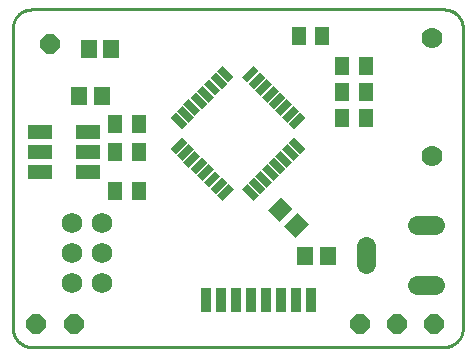
<source format=gts>
G75*
%MOIN*%
%OFA0B0*%
%FSLAX25Y25*%
%IPPOS*%
%LPD*%
%AMOC8*
5,1,8,0,0,1.08239X$1,22.5*
%
%ADD10C,0.01000*%
%ADD11R,0.05518X0.06306*%
%ADD12R,0.05400X0.02600*%
%ADD13R,0.02600X0.05400*%
%ADD14R,0.03392X0.08471*%
%ADD15C,0.07000*%
%ADD16C,0.06400*%
%ADD17R,0.04731X0.05912*%
%ADD18C,0.06800*%
%ADD19OC8,0.06400*%
%ADD20R,0.08274X0.04731*%
D10*
X0030024Y0051683D02*
X0167524Y0051683D01*
X0167680Y0051685D01*
X0167836Y0051691D01*
X0167991Y0051700D01*
X0168146Y0051714D01*
X0168301Y0051732D01*
X0168456Y0051753D01*
X0168609Y0051778D01*
X0168762Y0051807D01*
X0168915Y0051840D01*
X0169066Y0051876D01*
X0169217Y0051917D01*
X0169366Y0051961D01*
X0169515Y0052008D01*
X0169662Y0052060D01*
X0169807Y0052115D01*
X0169952Y0052174D01*
X0170095Y0052236D01*
X0170236Y0052302D01*
X0170375Y0052371D01*
X0170513Y0052444D01*
X0170649Y0052520D01*
X0170783Y0052600D01*
X0170915Y0052683D01*
X0171045Y0052769D01*
X0171172Y0052858D01*
X0171298Y0052951D01*
X0171421Y0053047D01*
X0171541Y0053145D01*
X0171660Y0053247D01*
X0171775Y0053351D01*
X0171888Y0053459D01*
X0171998Y0053569D01*
X0172106Y0053682D01*
X0172210Y0053797D01*
X0172312Y0053916D01*
X0172410Y0054036D01*
X0172506Y0054159D01*
X0172599Y0054285D01*
X0172688Y0054412D01*
X0172774Y0054542D01*
X0172857Y0054674D01*
X0172937Y0054808D01*
X0173013Y0054944D01*
X0173086Y0055082D01*
X0173155Y0055221D01*
X0173221Y0055362D01*
X0173283Y0055505D01*
X0173342Y0055650D01*
X0173397Y0055795D01*
X0173449Y0055942D01*
X0173496Y0056091D01*
X0173540Y0056240D01*
X0173581Y0056391D01*
X0173617Y0056542D01*
X0173650Y0056695D01*
X0173679Y0056848D01*
X0173704Y0057001D01*
X0173725Y0057156D01*
X0173743Y0057311D01*
X0173757Y0057466D01*
X0173766Y0057621D01*
X0173772Y0057777D01*
X0173774Y0057933D01*
X0173774Y0157933D01*
X0173772Y0158089D01*
X0173766Y0158245D01*
X0173757Y0158400D01*
X0173743Y0158555D01*
X0173725Y0158710D01*
X0173704Y0158865D01*
X0173679Y0159018D01*
X0173650Y0159171D01*
X0173617Y0159324D01*
X0173581Y0159475D01*
X0173540Y0159626D01*
X0173496Y0159775D01*
X0173449Y0159924D01*
X0173397Y0160071D01*
X0173342Y0160216D01*
X0173283Y0160361D01*
X0173221Y0160504D01*
X0173155Y0160645D01*
X0173086Y0160784D01*
X0173013Y0160922D01*
X0172937Y0161058D01*
X0172857Y0161192D01*
X0172774Y0161324D01*
X0172688Y0161454D01*
X0172599Y0161581D01*
X0172506Y0161707D01*
X0172410Y0161830D01*
X0172312Y0161950D01*
X0172210Y0162069D01*
X0172106Y0162184D01*
X0171998Y0162297D01*
X0171888Y0162407D01*
X0171775Y0162515D01*
X0171660Y0162619D01*
X0171541Y0162721D01*
X0171421Y0162819D01*
X0171298Y0162915D01*
X0171172Y0163008D01*
X0171045Y0163097D01*
X0170915Y0163183D01*
X0170783Y0163266D01*
X0170649Y0163346D01*
X0170513Y0163422D01*
X0170375Y0163495D01*
X0170236Y0163564D01*
X0170095Y0163630D01*
X0169952Y0163692D01*
X0169807Y0163751D01*
X0169662Y0163806D01*
X0169515Y0163858D01*
X0169366Y0163905D01*
X0169217Y0163949D01*
X0169066Y0163990D01*
X0168915Y0164026D01*
X0168762Y0164059D01*
X0168609Y0164088D01*
X0168456Y0164113D01*
X0168301Y0164134D01*
X0168146Y0164152D01*
X0167991Y0164166D01*
X0167836Y0164175D01*
X0167680Y0164181D01*
X0167524Y0164183D01*
X0030024Y0164183D01*
X0029868Y0164181D01*
X0029712Y0164175D01*
X0029557Y0164166D01*
X0029402Y0164152D01*
X0029247Y0164134D01*
X0029092Y0164113D01*
X0028939Y0164088D01*
X0028786Y0164059D01*
X0028633Y0164026D01*
X0028482Y0163990D01*
X0028331Y0163949D01*
X0028182Y0163905D01*
X0028033Y0163858D01*
X0027886Y0163806D01*
X0027741Y0163751D01*
X0027596Y0163692D01*
X0027453Y0163630D01*
X0027312Y0163564D01*
X0027173Y0163495D01*
X0027035Y0163422D01*
X0026899Y0163346D01*
X0026765Y0163266D01*
X0026633Y0163183D01*
X0026503Y0163097D01*
X0026376Y0163008D01*
X0026250Y0162915D01*
X0026127Y0162819D01*
X0026007Y0162721D01*
X0025888Y0162619D01*
X0025773Y0162515D01*
X0025660Y0162407D01*
X0025550Y0162297D01*
X0025442Y0162184D01*
X0025338Y0162069D01*
X0025236Y0161950D01*
X0025138Y0161830D01*
X0025042Y0161707D01*
X0024949Y0161581D01*
X0024860Y0161454D01*
X0024774Y0161324D01*
X0024691Y0161192D01*
X0024611Y0161058D01*
X0024535Y0160922D01*
X0024462Y0160784D01*
X0024393Y0160645D01*
X0024327Y0160504D01*
X0024265Y0160361D01*
X0024206Y0160216D01*
X0024151Y0160071D01*
X0024099Y0159924D01*
X0024052Y0159775D01*
X0024008Y0159626D01*
X0023967Y0159475D01*
X0023931Y0159324D01*
X0023898Y0159171D01*
X0023869Y0159018D01*
X0023844Y0158865D01*
X0023823Y0158710D01*
X0023805Y0158555D01*
X0023791Y0158400D01*
X0023782Y0158245D01*
X0023776Y0158089D01*
X0023774Y0157933D01*
X0023774Y0057933D01*
X0023776Y0057777D01*
X0023782Y0057621D01*
X0023791Y0057466D01*
X0023805Y0057311D01*
X0023823Y0057156D01*
X0023844Y0057001D01*
X0023869Y0056848D01*
X0023898Y0056695D01*
X0023931Y0056542D01*
X0023967Y0056391D01*
X0024008Y0056240D01*
X0024052Y0056091D01*
X0024099Y0055942D01*
X0024151Y0055795D01*
X0024206Y0055650D01*
X0024265Y0055505D01*
X0024327Y0055362D01*
X0024393Y0055221D01*
X0024462Y0055082D01*
X0024535Y0054944D01*
X0024611Y0054808D01*
X0024691Y0054674D01*
X0024774Y0054542D01*
X0024860Y0054412D01*
X0024949Y0054285D01*
X0025042Y0054159D01*
X0025138Y0054036D01*
X0025236Y0053916D01*
X0025338Y0053797D01*
X0025442Y0053682D01*
X0025550Y0053569D01*
X0025660Y0053459D01*
X0025773Y0053351D01*
X0025888Y0053247D01*
X0026007Y0053145D01*
X0026127Y0053047D01*
X0026250Y0052951D01*
X0026376Y0052858D01*
X0026503Y0052769D01*
X0026633Y0052683D01*
X0026765Y0052600D01*
X0026899Y0052520D01*
X0027035Y0052444D01*
X0027173Y0052371D01*
X0027312Y0052302D01*
X0027453Y0052236D01*
X0027596Y0052174D01*
X0027741Y0052115D01*
X0027886Y0052060D01*
X0028033Y0052008D01*
X0028182Y0051961D01*
X0028331Y0051917D01*
X0028482Y0051876D01*
X0028633Y0051840D01*
X0028786Y0051807D01*
X0028939Y0051778D01*
X0029092Y0051753D01*
X0029247Y0051732D01*
X0029402Y0051714D01*
X0029557Y0051700D01*
X0029712Y0051691D01*
X0029868Y0051685D01*
X0030024Y0051683D01*
D11*
G36*
X0113201Y0101717D02*
X0117103Y0097815D01*
X0112645Y0093357D01*
X0108743Y0097259D01*
X0113201Y0101717D01*
G37*
G36*
X0118490Y0096428D02*
X0122392Y0092526D01*
X0117934Y0088068D01*
X0114032Y0091970D01*
X0118490Y0096428D01*
G37*
X0121234Y0082173D03*
X0128714Y0082173D03*
X0053449Y0135418D03*
X0045968Y0135418D03*
X0048999Y0150950D03*
X0056479Y0150950D03*
D12*
G36*
X0082245Y0126487D02*
X0078428Y0130304D01*
X0080267Y0132143D01*
X0084084Y0128326D01*
X0082245Y0126487D01*
G37*
G36*
X0080018Y0124260D02*
X0076201Y0128077D01*
X0078040Y0129916D01*
X0081857Y0126099D01*
X0080018Y0124260D01*
G37*
G36*
X0084472Y0128715D02*
X0080655Y0132532D01*
X0082494Y0134371D01*
X0086311Y0130554D01*
X0084472Y0128715D01*
G37*
G36*
X0086699Y0130942D02*
X0082882Y0134759D01*
X0084721Y0136598D01*
X0088538Y0132781D01*
X0086699Y0130942D01*
G37*
G36*
X0088927Y0133169D02*
X0085110Y0136986D01*
X0086949Y0138825D01*
X0090766Y0135008D01*
X0088927Y0133169D01*
G37*
G36*
X0091154Y0135396D02*
X0087337Y0139213D01*
X0089176Y0141052D01*
X0092993Y0137235D01*
X0091154Y0135396D01*
G37*
G36*
X0093381Y0137623D02*
X0089564Y0141440D01*
X0091403Y0143279D01*
X0095220Y0139462D01*
X0093381Y0137623D01*
G37*
G36*
X0095608Y0139850D02*
X0091791Y0143667D01*
X0093630Y0145506D01*
X0097447Y0141689D01*
X0095608Y0139850D01*
G37*
G36*
X0119508Y0115950D02*
X0115691Y0119767D01*
X0117530Y0121606D01*
X0121347Y0117789D01*
X0119508Y0115950D01*
G37*
G36*
X0117281Y0113723D02*
X0113464Y0117540D01*
X0115303Y0119379D01*
X0119120Y0115562D01*
X0117281Y0113723D01*
G37*
G36*
X0115054Y0111496D02*
X0111237Y0115313D01*
X0113076Y0117152D01*
X0116893Y0113335D01*
X0115054Y0111496D01*
G37*
G36*
X0112827Y0109269D02*
X0109010Y0113086D01*
X0110849Y0114925D01*
X0114666Y0111108D01*
X0112827Y0109269D01*
G37*
G36*
X0110600Y0107041D02*
X0106783Y0110858D01*
X0108622Y0112697D01*
X0112439Y0108880D01*
X0110600Y0107041D01*
G37*
G36*
X0108373Y0104814D02*
X0104556Y0108631D01*
X0106395Y0110470D01*
X0110212Y0106653D01*
X0108373Y0104814D01*
G37*
G36*
X0106145Y0102587D02*
X0102328Y0106404D01*
X0104167Y0108243D01*
X0107984Y0104426D01*
X0106145Y0102587D01*
G37*
G36*
X0103918Y0100360D02*
X0100101Y0104177D01*
X0101940Y0106016D01*
X0105757Y0102199D01*
X0103918Y0100360D01*
G37*
D13*
G36*
X0093630Y0100360D02*
X0091791Y0102199D01*
X0095608Y0106016D01*
X0097447Y0104177D01*
X0093630Y0100360D01*
G37*
G36*
X0091403Y0102587D02*
X0089564Y0104426D01*
X0093381Y0108243D01*
X0095220Y0106404D01*
X0091403Y0102587D01*
G37*
G36*
X0089176Y0104814D02*
X0087337Y0106653D01*
X0091154Y0110470D01*
X0092993Y0108631D01*
X0089176Y0104814D01*
G37*
G36*
X0086949Y0107041D02*
X0085110Y0108880D01*
X0088927Y0112697D01*
X0090766Y0110858D01*
X0086949Y0107041D01*
G37*
G36*
X0084721Y0109269D02*
X0082882Y0111108D01*
X0086699Y0114925D01*
X0088538Y0113086D01*
X0084721Y0109269D01*
G37*
G36*
X0082494Y0111496D02*
X0080655Y0113335D01*
X0084472Y0117152D01*
X0086311Y0115313D01*
X0082494Y0111496D01*
G37*
G36*
X0080267Y0113723D02*
X0078428Y0115562D01*
X0082245Y0119379D01*
X0084084Y0117540D01*
X0080267Y0113723D01*
G37*
G36*
X0078040Y0115950D02*
X0076201Y0117789D01*
X0080018Y0121606D01*
X0081857Y0119767D01*
X0078040Y0115950D01*
G37*
G36*
X0104167Y0137623D02*
X0102328Y0139462D01*
X0106145Y0143279D01*
X0107984Y0141440D01*
X0104167Y0137623D01*
G37*
G36*
X0106395Y0135396D02*
X0104556Y0137235D01*
X0108373Y0141052D01*
X0110212Y0139213D01*
X0106395Y0135396D01*
G37*
G36*
X0108622Y0133169D02*
X0106783Y0135008D01*
X0110600Y0138825D01*
X0112439Y0136986D01*
X0108622Y0133169D01*
G37*
G36*
X0110849Y0130942D02*
X0109010Y0132781D01*
X0112827Y0136598D01*
X0114666Y0134759D01*
X0110849Y0130942D01*
G37*
G36*
X0113076Y0128715D02*
X0111237Y0130554D01*
X0115054Y0134371D01*
X0116893Y0132532D01*
X0113076Y0128715D01*
G37*
G36*
X0115303Y0126487D02*
X0113464Y0128326D01*
X0117281Y0132143D01*
X0119120Y0130304D01*
X0115303Y0126487D01*
G37*
G36*
X0117530Y0124260D02*
X0115691Y0126099D01*
X0119508Y0129916D01*
X0121347Y0128077D01*
X0117530Y0124260D01*
G37*
G36*
X0101940Y0139850D02*
X0100101Y0141689D01*
X0103918Y0145506D01*
X0105757Y0143667D01*
X0101940Y0139850D01*
G37*
D14*
X0103097Y0067392D03*
X0108097Y0067392D03*
X0113097Y0067392D03*
X0118097Y0067392D03*
X0123097Y0067392D03*
X0098097Y0067392D03*
X0093097Y0067392D03*
X0088097Y0067392D03*
D15*
X0163620Y0115369D03*
X0163620Y0154739D03*
D16*
X0164332Y0092423D02*
X0158332Y0092423D01*
X0141332Y0085423D02*
X0141332Y0079423D01*
X0158332Y0072423D02*
X0164332Y0072423D01*
D17*
X0141461Y0127933D03*
X0133587Y0127933D03*
X0133587Y0136683D03*
X0141461Y0136683D03*
X0141461Y0145433D03*
X0133587Y0145433D03*
X0126961Y0155183D03*
X0119087Y0155183D03*
X0065711Y0125985D03*
X0057837Y0125985D03*
X0057837Y0116635D03*
X0065711Y0116635D03*
X0065711Y0103792D03*
X0057837Y0103792D03*
D18*
X0053524Y0092933D03*
X0043524Y0092933D03*
X0043524Y0082933D03*
X0043524Y0072933D03*
X0053524Y0072933D03*
X0053524Y0082933D03*
D19*
X0044079Y0059183D03*
X0031655Y0059183D03*
X0139558Y0059183D03*
X0151751Y0059183D03*
X0164071Y0059183D03*
X0036274Y0152522D03*
D20*
X0032958Y0123373D03*
X0032958Y0116680D03*
X0032958Y0109987D03*
X0048706Y0109987D03*
X0048706Y0116680D03*
X0048706Y0123373D03*
M02*

</source>
